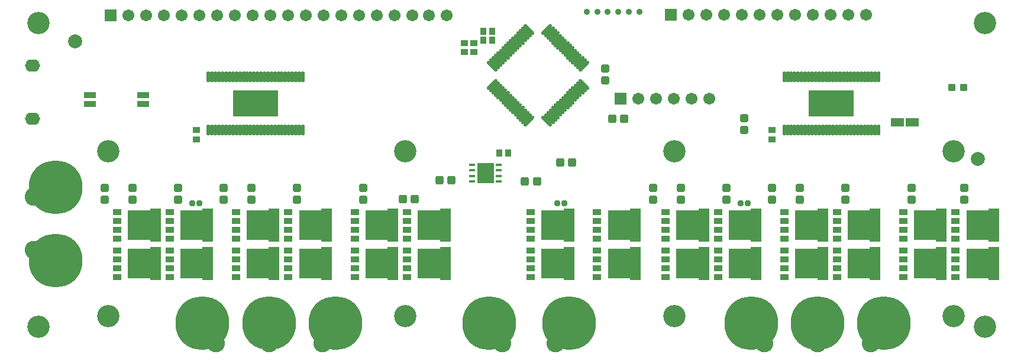
<source format=gts>
G04*
G04 #@! TF.GenerationSoftware,Altium Limited,Altium Designer,22.0.2 (36)*
G04*
G04 Layer_Color=8388736*
%FSLAX25Y25*%
%MOIN*%
G70*
G04*
G04 #@! TF.SameCoordinates,06085A55-5152-446A-B416-8F2777D31781*
G04*
G04*
G04 #@! TF.FilePolarity,Negative*
G04*
G01*
G75*
%ADD33R,0.03543X0.01181*%
%ADD43C,0.03600*%
%ADD44R,0.06706X0.03792*%
%ADD45R,0.07493X0.04737*%
%ADD46C,0.07874*%
G04:AMPARAMS|DCode=47|XSize=47.37mil|YSize=43.43mil|CornerRadius=8.43mil|HoleSize=0mil|Usage=FLASHONLY|Rotation=180.000|XOffset=0mil|YOffset=0mil|HoleType=Round|Shape=RoundedRectangle|*
%AMROUNDEDRECTD47*
21,1,0.04737,0.02657,0,0,180.0*
21,1,0.03051,0.04343,0,0,180.0*
1,1,0.01686,-0.01526,0.01329*
1,1,0.01686,0.01526,0.01329*
1,1,0.01686,0.01526,-0.01329*
1,1,0.01686,-0.01526,-0.01329*
%
%ADD47ROUNDEDRECTD47*%
G04:AMPARAMS|DCode=48|XSize=47.37mil|YSize=43.43mil|CornerRadius=8.43mil|HoleSize=0mil|Usage=FLASHONLY|Rotation=270.000|XOffset=0mil|YOffset=0mil|HoleType=Round|Shape=RoundedRectangle|*
%AMROUNDEDRECTD48*
21,1,0.04737,0.02657,0,0,270.0*
21,1,0.03051,0.04343,0,0,270.0*
1,1,0.01686,-0.01329,-0.01526*
1,1,0.01686,-0.01329,0.01526*
1,1,0.01686,0.01329,0.01526*
1,1,0.01686,0.01329,-0.01526*
%
%ADD48ROUNDEDRECTD48*%
%ADD49R,0.09803X0.11811*%
%ADD50R,0.06496X0.19095*%
%ADD51R,0.05118X0.03347*%
%ADD52R,0.09252X0.17126*%
G04:AMPARAMS|DCode=53|XSize=19.81mil|YSize=78.87mil|CornerRadius=0mil|HoleSize=0mil|Usage=FLASHONLY|Rotation=45.000|XOffset=0mil|YOffset=0mil|HoleType=Round|Shape=Round|*
%AMOVALD53*
21,1,0.05906,0.01981,0.00000,0.00000,135.0*
1,1,0.01981,0.02088,-0.02088*
1,1,0.01981,-0.02088,0.02088*
%
%ADD53OVALD53*%

G04:AMPARAMS|DCode=54|XSize=19.81mil|YSize=78.87mil|CornerRadius=0mil|HoleSize=0mil|Usage=FLASHONLY|Rotation=315.000|XOffset=0mil|YOffset=0mil|HoleType=Round|Shape=Round|*
%AMOVALD54*
21,1,0.05906,0.01981,0.00000,0.00000,45.0*
1,1,0.01981,-0.02088,-0.02088*
1,1,0.01981,0.02088,0.02088*
%
%ADD54OVALD54*%

%ADD55R,0.25800X0.15013*%
%ADD56O,0.01981X0.06312*%
%ADD57R,0.03556X0.04147*%
%ADD58R,0.04147X0.03556*%
G04:AMPARAMS|DCode=59|XSize=31.62mil|YSize=31.62mil|CornerRadius=6.36mil|HoleSize=0mil|Usage=FLASHONLY|Rotation=90.000|XOffset=0mil|YOffset=0mil|HoleType=Round|Shape=RoundedRectangle|*
%AMROUNDEDRECTD59*
21,1,0.03162,0.01890,0,0,90.0*
21,1,0.01890,0.03162,0,0,90.0*
1,1,0.01272,0.00945,0.00945*
1,1,0.01272,0.00945,-0.00945*
1,1,0.01272,-0.00945,-0.00945*
1,1,0.01272,-0.00945,0.00945*
%
%ADD59ROUNDEDRECTD59*%
G04:AMPARAMS|DCode=60|XSize=39.5mil|YSize=39.5mil|CornerRadius=7.94mil|HoleSize=0mil|Usage=FLASHONLY|Rotation=0.000|XOffset=0mil|YOffset=0mil|HoleType=Round|Shape=RoundedRectangle|*
%AMROUNDEDRECTD60*
21,1,0.03950,0.02362,0,0,0.0*
21,1,0.02362,0.03950,0,0,0.0*
1,1,0.01587,0.01181,-0.01181*
1,1,0.01587,-0.01181,-0.01181*
1,1,0.01587,-0.01181,0.01181*
1,1,0.01587,0.01181,0.01181*
%
%ADD60ROUNDEDRECTD60*%
%ADD61O,0.08500X0.06900*%
%ADD62C,0.06706*%
%ADD63C,0.30328*%
%ADD64C,0.12611*%
%ADD65R,0.06706X0.06706*%
%ADD66C,0.10249*%
D33*
X269272Y103937D02*
D03*
Y107087D02*
D03*
Y100787D02*
D03*
Y97638D02*
D03*
X254350Y107087D02*
D03*
Y100787D02*
D03*
Y103937D02*
D03*
Y97638D02*
D03*
D43*
X330709Y193307D02*
D03*
X336614D02*
D03*
X318898D02*
D03*
X342520D02*
D03*
X348425D02*
D03*
X324803D02*
D03*
D44*
X38780Y146457D02*
D03*
Y141457D02*
D03*
X68780Y146457D02*
D03*
Y141457D02*
D03*
D45*
X502165Y131102D02*
D03*
X493898D02*
D03*
D46*
X539370Y110236D02*
D03*
X30709Y176772D02*
D03*
D47*
X329134Y154528D02*
D03*
Y161221D02*
D03*
X47244Y93898D02*
D03*
Y87205D02*
D03*
X62992Y93898D02*
D03*
Y87205D02*
D03*
X88582Y93898D02*
D03*
Y87205D02*
D03*
X114173Y93898D02*
D03*
Y87205D02*
D03*
X129921Y93898D02*
D03*
Y87205D02*
D03*
X155512Y93898D02*
D03*
Y87205D02*
D03*
X192913Y93898D02*
D03*
Y87205D02*
D03*
X407480Y126575D02*
D03*
Y133268D02*
D03*
X356299Y93898D02*
D03*
Y87205D02*
D03*
X372047Y87204D02*
D03*
Y93897D02*
D03*
X501968Y87204D02*
D03*
Y93897D02*
D03*
X464567Y87204D02*
D03*
Y93898D02*
D03*
X531496Y87204D02*
D03*
Y93897D02*
D03*
X438976Y87204D02*
D03*
Y93897D02*
D03*
X397638Y87204D02*
D03*
Y93898D02*
D03*
X423228Y93898D02*
D03*
Y87205D02*
D03*
D48*
X339961Y133071D02*
D03*
X333268D02*
D03*
X215157Y87795D02*
D03*
X221850D02*
D03*
X236023Y98425D02*
D03*
X242717D02*
D03*
X284055Y97638D02*
D03*
X290748D02*
D03*
X303740Y108268D02*
D03*
X310433D02*
D03*
D49*
X261811Y102362D02*
D03*
D50*
X239173Y51181D02*
D03*
X105315Y51181D02*
D03*
X75787Y72835D02*
D03*
X142717Y51181D02*
D03*
X172244Y51181D02*
D03*
X209646Y51181D02*
D03*
X239173Y72835D02*
D03*
X142717D02*
D03*
X209646D02*
D03*
X172244D02*
D03*
X75787Y51181D02*
D03*
X105315Y72835D02*
D03*
X481299Y51181D02*
D03*
X481299Y72835D02*
D03*
X518701D02*
D03*
X414370Y51181D02*
D03*
X384842Y51181D02*
D03*
X518701D02*
D03*
X414370Y72835D02*
D03*
X384842D02*
D03*
X346260Y72834D02*
D03*
X346260Y51181D02*
D03*
X308858Y72834D02*
D03*
X548228Y51181D02*
D03*
X451772Y51181D02*
D03*
Y72835D02*
D03*
X308858Y51181D02*
D03*
X548228Y72835D02*
D03*
D51*
X217618Y53681D02*
D03*
Y58681D02*
D03*
Y48681D02*
D03*
Y43681D02*
D03*
X83760Y53681D02*
D03*
Y58681D02*
D03*
Y48681D02*
D03*
Y43681D02*
D03*
X54232Y75335D02*
D03*
Y80335D02*
D03*
Y70335D02*
D03*
Y65335D02*
D03*
X121161Y53681D02*
D03*
Y58681D02*
D03*
Y48681D02*
D03*
Y43681D02*
D03*
X150689Y53681D02*
D03*
Y58681D02*
D03*
Y48681D02*
D03*
Y43681D02*
D03*
X188090Y53681D02*
D03*
Y58681D02*
D03*
Y48681D02*
D03*
Y43681D02*
D03*
X217618Y75335D02*
D03*
Y80335D02*
D03*
Y70335D02*
D03*
Y65335D02*
D03*
X121161Y75335D02*
D03*
Y80335D02*
D03*
Y70335D02*
D03*
Y65335D02*
D03*
X188090Y75335D02*
D03*
Y80335D02*
D03*
Y70335D02*
D03*
Y65335D02*
D03*
X150689Y75335D02*
D03*
Y80335D02*
D03*
Y70335D02*
D03*
Y65335D02*
D03*
X54232Y53681D02*
D03*
Y58681D02*
D03*
Y48681D02*
D03*
Y43681D02*
D03*
X83760Y75335D02*
D03*
Y80335D02*
D03*
Y70335D02*
D03*
Y65335D02*
D03*
X459744Y53681D02*
D03*
Y58681D02*
D03*
Y48681D02*
D03*
Y43681D02*
D03*
X459744Y75335D02*
D03*
Y80335D02*
D03*
Y70335D02*
D03*
Y65335D02*
D03*
X497146Y75335D02*
D03*
Y80335D02*
D03*
Y70335D02*
D03*
Y65335D02*
D03*
X392815Y53681D02*
D03*
Y58681D02*
D03*
Y48681D02*
D03*
Y43681D02*
D03*
X363287Y53681D02*
D03*
Y58681D02*
D03*
Y48681D02*
D03*
Y43681D02*
D03*
X497146Y53681D02*
D03*
Y58681D02*
D03*
Y48681D02*
D03*
Y43681D02*
D03*
X392815Y75335D02*
D03*
Y80335D02*
D03*
Y70335D02*
D03*
Y65335D02*
D03*
X363287Y75335D02*
D03*
Y80335D02*
D03*
Y70335D02*
D03*
Y65335D02*
D03*
X324705Y75335D02*
D03*
Y80335D02*
D03*
Y70335D02*
D03*
Y65334D02*
D03*
X324705Y53681D02*
D03*
Y58681D02*
D03*
Y48681D02*
D03*
Y43681D02*
D03*
X287303Y75335D02*
D03*
Y80335D02*
D03*
Y70335D02*
D03*
Y65334D02*
D03*
X526673Y53681D02*
D03*
Y58681D02*
D03*
Y48681D02*
D03*
Y43681D02*
D03*
X430217Y53681D02*
D03*
Y58681D02*
D03*
Y48681D02*
D03*
Y43681D02*
D03*
Y75335D02*
D03*
Y80335D02*
D03*
Y70335D02*
D03*
Y65335D02*
D03*
X287303Y53681D02*
D03*
Y58681D02*
D03*
Y48681D02*
D03*
Y43681D02*
D03*
X526673Y75335D02*
D03*
Y80335D02*
D03*
Y70335D02*
D03*
Y65335D02*
D03*
D52*
X233661Y51181D02*
D03*
X228346D02*
D03*
X99803Y51181D02*
D03*
X94488D02*
D03*
X70275Y72835D02*
D03*
X64960D02*
D03*
X137205Y51181D02*
D03*
X131890D02*
D03*
X166732Y51181D02*
D03*
X161417D02*
D03*
X204134Y51181D02*
D03*
X198819D02*
D03*
X233661Y72835D02*
D03*
X228346D02*
D03*
X137205D02*
D03*
X131890D02*
D03*
X204134D02*
D03*
X198819D02*
D03*
X166732D02*
D03*
X161417D02*
D03*
X70275Y51181D02*
D03*
X64960D02*
D03*
X99803Y72835D02*
D03*
X94488D02*
D03*
X475787Y51181D02*
D03*
X470472D02*
D03*
X475787Y72835D02*
D03*
X470472D02*
D03*
X513189D02*
D03*
X507874D02*
D03*
X408858Y51181D02*
D03*
X403543D02*
D03*
X379331Y51181D02*
D03*
X374016D02*
D03*
X513189D02*
D03*
X507874D02*
D03*
X408858Y72835D02*
D03*
X403543D02*
D03*
X379331D02*
D03*
X374016D02*
D03*
X340748Y72834D02*
D03*
X335433D02*
D03*
X340748Y51181D02*
D03*
X335433D02*
D03*
X303346Y72834D02*
D03*
X298031D02*
D03*
X542717Y51181D02*
D03*
X537401D02*
D03*
X446260Y51181D02*
D03*
X440945D02*
D03*
X446260Y72835D02*
D03*
X440945D02*
D03*
X303346Y51181D02*
D03*
X298031D02*
D03*
X542717Y72835D02*
D03*
X537401D02*
D03*
D53*
X308877Y144118D02*
D03*
X306093Y141334D02*
D03*
X296350Y131590D02*
D03*
X299133Y134374D02*
D03*
X317229Y152469D02*
D03*
X314445Y149685D02*
D03*
X315837Y151077D02*
D03*
X273800Y170843D02*
D03*
X272408Y169451D02*
D03*
X277976Y175019D02*
D03*
X266840Y163883D02*
D03*
X265448Y162491D02*
D03*
X271016Y168059D02*
D03*
X268232Y165275D02*
D03*
X269624Y166667D02*
D03*
X283544Y180587D02*
D03*
X286328Y183370D02*
D03*
X284936Y181978D02*
D03*
X282152Y179195D02*
D03*
X279368Y176411D02*
D03*
X280760Y177803D02*
D03*
X307485Y142726D02*
D03*
X297742Y132982D02*
D03*
X310269Y145510D02*
D03*
X300525Y135766D02*
D03*
X304701Y139942D02*
D03*
X303309Y138550D02*
D03*
X301917Y137158D02*
D03*
X313053Y148294D02*
D03*
X311661Y146902D02*
D03*
X275192Y172235D02*
D03*
X276584Y173627D02*
D03*
D54*
X286328Y131590D02*
D03*
X284936Y132982D02*
D03*
X283544Y134374D02*
D03*
X282152Y135766D02*
D03*
X280760Y137158D02*
D03*
X279368Y138550D02*
D03*
X277976Y139942D02*
D03*
X276584Y141334D02*
D03*
X275192Y142726D02*
D03*
X273800Y144118D02*
D03*
X272408Y145510D02*
D03*
X271016Y146902D02*
D03*
X269624Y148293D02*
D03*
X268232Y149685D02*
D03*
X266840Y151077D02*
D03*
X265448Y152469D02*
D03*
X317229Y162491D02*
D03*
X307485Y172235D02*
D03*
X306093Y173627D02*
D03*
X304701Y175019D02*
D03*
X303309Y176410D02*
D03*
X301917Y177803D02*
D03*
X300525Y179195D02*
D03*
X299133Y180587D02*
D03*
X297742Y181978D02*
D03*
X296350Y183370D02*
D03*
X315837Y163883D02*
D03*
X311661Y168059D02*
D03*
X310269Y169451D02*
D03*
X308877Y170843D02*
D03*
X313053Y166667D02*
D03*
X314445Y165275D02*
D03*
D55*
X456693Y141732D02*
D03*
X132283D02*
D03*
D56*
X430118Y126772D02*
D03*
X432087D02*
D03*
X434055D02*
D03*
X436024D02*
D03*
X437992D02*
D03*
X439960D02*
D03*
X441929D02*
D03*
X443898D02*
D03*
X445866D02*
D03*
X447835D02*
D03*
X449803D02*
D03*
X451772D02*
D03*
X453740D02*
D03*
X455709D02*
D03*
X457677D02*
D03*
X459646D02*
D03*
X461614D02*
D03*
X463583D02*
D03*
X465551D02*
D03*
X467520D02*
D03*
X469488D02*
D03*
X471457D02*
D03*
X473425D02*
D03*
X475394D02*
D03*
X477362D02*
D03*
X479331D02*
D03*
X481299D02*
D03*
X483268D02*
D03*
X430118Y156693D02*
D03*
X432087D02*
D03*
X434055D02*
D03*
X436024D02*
D03*
X437992D02*
D03*
X439960D02*
D03*
X441929D02*
D03*
X443898D02*
D03*
X445866D02*
D03*
X447835D02*
D03*
X449803D02*
D03*
X451772D02*
D03*
X453740D02*
D03*
X455709D02*
D03*
X457677D02*
D03*
X459646D02*
D03*
X461614D02*
D03*
X463583D02*
D03*
X465551D02*
D03*
X467520D02*
D03*
X469488D02*
D03*
X471457D02*
D03*
X473425D02*
D03*
X475394D02*
D03*
X477362D02*
D03*
X479331D02*
D03*
X481299D02*
D03*
X483268D02*
D03*
X105709Y126772D02*
D03*
X107677D02*
D03*
X109646D02*
D03*
X111614D02*
D03*
X113583D02*
D03*
X115551D02*
D03*
X117520D02*
D03*
X119488D02*
D03*
X121457D02*
D03*
X123425D02*
D03*
X125394D02*
D03*
X127362D02*
D03*
X129331D02*
D03*
X131299D02*
D03*
X133268D02*
D03*
X135236D02*
D03*
X137205D02*
D03*
X139173D02*
D03*
X141142D02*
D03*
X143110D02*
D03*
X145079D02*
D03*
X147047D02*
D03*
X149016D02*
D03*
X150984D02*
D03*
X152953D02*
D03*
X154921D02*
D03*
X156890D02*
D03*
X158858D02*
D03*
X105709Y156693D02*
D03*
X107677D02*
D03*
X109646D02*
D03*
X111614D02*
D03*
X113583D02*
D03*
X115551D02*
D03*
X129331D02*
D03*
X131299D02*
D03*
X133268D02*
D03*
X135236D02*
D03*
X137205D02*
D03*
X147047D02*
D03*
X150984D02*
D03*
X152953D02*
D03*
X154921D02*
D03*
X156890D02*
D03*
X158858D02*
D03*
X127362D02*
D03*
X121457D02*
D03*
X119488D02*
D03*
X117520D02*
D03*
X123425D02*
D03*
X125394D02*
D03*
X141142D02*
D03*
X139173D02*
D03*
X143110D02*
D03*
X145079D02*
D03*
X149016D02*
D03*
D57*
X265551Y182283D02*
D03*
X260433D02*
D03*
X265551Y177165D02*
D03*
X260433D02*
D03*
X269488Y113779D02*
D03*
X274606D02*
D03*
D58*
X423228Y121457D02*
D03*
Y126575D02*
D03*
X255118Y170669D02*
D03*
Y175787D02*
D03*
X250000Y170669D02*
D03*
Y175787D02*
D03*
X98819Y121457D02*
D03*
Y126575D02*
D03*
D59*
X405512Y85433D02*
D03*
X409449D02*
D03*
X96457D02*
D03*
X100394D02*
D03*
X306299D02*
D03*
X302362D02*
D03*
D60*
X524606Y150787D02*
D03*
X531299D02*
D03*
D61*
X6710Y133143D02*
D03*
Y162943D02*
D03*
D62*
X348031Y144488D02*
D03*
X388032Y144488D02*
D03*
X378032D02*
D03*
X368032D02*
D03*
X358032D02*
D03*
X60394Y191339D02*
D03*
X70394D02*
D03*
X80394D02*
D03*
X90394D02*
D03*
X100394D02*
D03*
X110394D02*
D03*
X120394D02*
D03*
X130394D02*
D03*
X140394D02*
D03*
X150394D02*
D03*
X160394D02*
D03*
X170394D02*
D03*
X180394D02*
D03*
X190394D02*
D03*
X200394D02*
D03*
X210394D02*
D03*
X376142Y191732D02*
D03*
X386142D02*
D03*
X396142D02*
D03*
X406142D02*
D03*
X416142D02*
D03*
X426142D02*
D03*
X436142D02*
D03*
X446142D02*
D03*
X456142D02*
D03*
X466142D02*
D03*
X476142D02*
D03*
X220394Y191339D02*
D03*
X230000D02*
D03*
X240000D02*
D03*
D63*
X139764Y17717D02*
D03*
X102362D02*
D03*
X177165D02*
D03*
X486221D02*
D03*
X263779Y17717D02*
D03*
X411417Y17717D02*
D03*
X448819D02*
D03*
X309055Y17717D02*
D03*
X19685Y94488D02*
D03*
X19685Y53150D02*
D03*
D64*
X216535Y114567D02*
D03*
X49213D02*
D03*
X9843Y15748D02*
D03*
X216535Y21654D02*
D03*
X525591Y114567D02*
D03*
X543307Y187008D02*
D03*
X525591Y21654D02*
D03*
X49213D02*
D03*
X9843Y187008D02*
D03*
X368110Y114567D02*
D03*
Y21654D02*
D03*
X543307Y15748D02*
D03*
D65*
X338032Y144488D02*
D03*
X50394Y191339D02*
D03*
X366142Y191732D02*
D03*
D66*
X418898Y6299D02*
D03*
X448898D02*
D03*
X478898D02*
D03*
X109843D02*
D03*
X139842D02*
D03*
X169843D02*
D03*
X7087Y58976D02*
D03*
Y88976D02*
D03*
X301260Y6299D02*
D03*
X271260D02*
D03*
M02*

</source>
